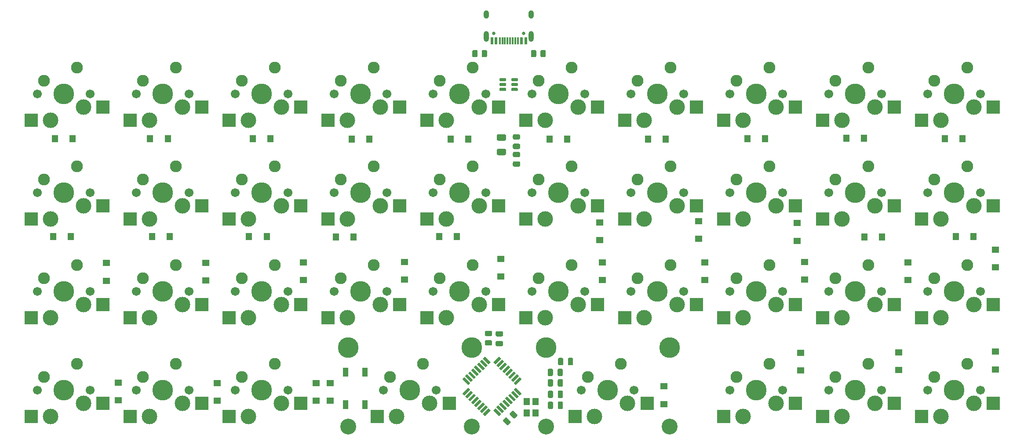
<source format=gbr>
%TF.GenerationSoftware,KiCad,Pcbnew,5.1.10*%
%TF.CreationDate,2021-10-06T18:26:39+02:00*%
%TF.ProjectId,ortho-qaz,6f727468-6f2d-4716-917a-2e6b69636164,rev?*%
%TF.SameCoordinates,Original*%
%TF.FileFunction,Soldermask,Bot*%
%TF.FilePolarity,Negative*%
%FSLAX46Y46*%
G04 Gerber Fmt 4.6, Leading zero omitted, Abs format (unit mm)*
G04 Created by KiCad (PCBNEW 5.1.10) date 2021-10-06 18:26:39*
%MOMM*%
%LPD*%
G01*
G04 APERTURE LIST*
%ADD10R,1.400000X1.200000*%
%ADD11R,1.200000X1.400000*%
%ADD12C,3.048000*%
%ADD13C,3.987800*%
%ADD14R,2.550000X2.500000*%
%ADD15C,1.701800*%
%ADD16C,2.286000*%
%ADD17C,3.000000*%
%ADD18R,0.600000X1.450000*%
%ADD19R,0.300000X1.450000*%
%ADD20O,1.000000X2.100000*%
%ADD21C,0.650000*%
%ADD22O,1.000000X1.600000*%
%ADD23C,0.100000*%
%ADD24R,1.000000X1.700000*%
G04 APERTURE END LIST*
D10*
%TO.C,D39*%
X240390000Y-85030000D03*
X240390000Y-88430000D03*
%TD*%
%TO.C,D38*%
X221790000Y-85130000D03*
X221790000Y-88530000D03*
%TD*%
%TO.C,D37*%
X202890000Y-85230000D03*
X202890000Y-88630000D03*
%TD*%
%TO.C,D35*%
X176540000Y-95130000D03*
X176540000Y-91730000D03*
%TD*%
%TO.C,D33*%
X112290000Y-94480000D03*
X112290000Y-91080000D03*
%TD*%
%TO.C,D32*%
X109640000Y-94480000D03*
X109640000Y-91080000D03*
%TD*%
%TO.C,D31*%
X90540000Y-94480000D03*
X90540000Y-91080000D03*
%TD*%
%TO.C,D30*%
X71490000Y-94380000D03*
X71490000Y-90980000D03*
%TD*%
%TO.C,D29*%
X240390000Y-65330000D03*
X240390000Y-68730000D03*
%TD*%
%TO.C,D28*%
X223590000Y-67830000D03*
X223590000Y-71230000D03*
%TD*%
%TO.C,D27*%
X203690000Y-67730000D03*
X203690000Y-71130000D03*
%TD*%
%TO.C,D26*%
X184490000Y-67830000D03*
X184490000Y-71230000D03*
%TD*%
%TO.C,D25*%
X164690000Y-67830000D03*
X164690000Y-71230000D03*
%TD*%
%TO.C,D24*%
X145140000Y-67130000D03*
X145140000Y-70530000D03*
%TD*%
%TO.C,D23*%
X126590000Y-67730000D03*
X126590000Y-71130000D03*
%TD*%
%TO.C,D22*%
X107190000Y-67780000D03*
X107190000Y-71180000D03*
%TD*%
%TO.C,D21*%
X88390000Y-67880000D03*
X88390000Y-71280000D03*
%TD*%
%TO.C,D20*%
X69240000Y-67930000D03*
X69240000Y-71330000D03*
%TD*%
D11*
%TO.C,D19*%
X232790000Y-62830000D03*
X236190000Y-62830000D03*
%TD*%
%TO.C,D18*%
X215190000Y-62930000D03*
X218590000Y-62930000D03*
%TD*%
D10*
%TO.C,D17*%
X202190000Y-63630000D03*
X202190000Y-60230000D03*
%TD*%
%TO.C,D16*%
X183290000Y-63230000D03*
X183290000Y-59830000D03*
%TD*%
%TO.C,D15*%
X164190000Y-63530000D03*
X164190000Y-60130000D03*
%TD*%
D11*
%TO.C,D14*%
X133290000Y-62830000D03*
X136690000Y-62830000D03*
%TD*%
%TO.C,D13*%
X113390000Y-62930000D03*
X116790000Y-62930000D03*
%TD*%
%TO.C,D12*%
X96690000Y-62830000D03*
X100090000Y-62830000D03*
%TD*%
%TO.C,D11*%
X78040000Y-62830000D03*
X81440000Y-62830000D03*
%TD*%
%TO.C,D10*%
X58990000Y-62855000D03*
X62390000Y-62855000D03*
%TD*%
%TO.C,D9*%
X230690000Y-43930000D03*
X234090000Y-43930000D03*
%TD*%
%TO.C,D8*%
X211690000Y-43880000D03*
X215090000Y-43880000D03*
%TD*%
%TO.C,D7*%
X192640000Y-43930000D03*
X196040000Y-43930000D03*
%TD*%
%TO.C,D6*%
X173490000Y-43980000D03*
X176890000Y-43980000D03*
%TD*%
%TO.C,D5*%
X154590000Y-43980000D03*
X157990000Y-43980000D03*
%TD*%
%TO.C,D4*%
X138940000Y-43980000D03*
X135540000Y-43980000D03*
%TD*%
%TO.C,D3*%
X119840000Y-43980000D03*
X116440000Y-43980000D03*
%TD*%
%TO.C,D2*%
X100840000Y-43930000D03*
X97440000Y-43930000D03*
%TD*%
%TO.C,D1*%
X81040000Y-43930000D03*
X77640000Y-43930000D03*
%TD*%
%TO.C,D0*%
X62740000Y-43930000D03*
X59340000Y-43930000D03*
%TD*%
D12*
%TO.C,REF\u002A\u002A*%
X139565000Y-99465000D03*
X115765000Y-99465000D03*
D13*
X139565000Y-84225000D03*
X115765000Y-84225000D03*
%TD*%
D14*
%TO.C,K26*%
X182850000Y-75970000D03*
D15*
X170210000Y-73430000D03*
X180370000Y-73430000D03*
D16*
X171480000Y-70890000D03*
D13*
X175290000Y-73430000D03*
D16*
X177830000Y-68350000D03*
D17*
X179100000Y-75970000D03*
X172750000Y-78510000D03*
D14*
X169000000Y-78510000D03*
%TD*%
D12*
%TO.C,REF\u002A\u002A*%
X177665000Y-99465000D03*
X153865000Y-99465000D03*
D13*
X177665000Y-84225000D03*
X153865000Y-84225000D03*
%TD*%
D14*
%TO.C,K24*%
X144750000Y-75970000D03*
D15*
X132110000Y-73430000D03*
X142270000Y-73430000D03*
D16*
X133380000Y-70890000D03*
D13*
X137190000Y-73430000D03*
D16*
X139730000Y-68350000D03*
D17*
X141000000Y-75970000D03*
X134650000Y-78510000D03*
D14*
X130900000Y-78510000D03*
%TD*%
%TO.C,C4*%
G36*
G01*
X156120000Y-91525000D02*
X156120000Y-90575000D01*
G75*
G02*
X156370000Y-90325000I250000J0D01*
G01*
X156870000Y-90325000D01*
G75*
G02*
X157120000Y-90575000I0J-250000D01*
G01*
X157120000Y-91525000D01*
G75*
G02*
X156870000Y-91775000I-250000J0D01*
G01*
X156370000Y-91775000D01*
G75*
G02*
X156120000Y-91525000I0J250000D01*
G01*
G37*
G36*
G01*
X154220000Y-91525000D02*
X154220000Y-90575000D01*
G75*
G02*
X154470000Y-90325000I250000J0D01*
G01*
X154970000Y-90325000D01*
G75*
G02*
X155220000Y-90575000I0J-250000D01*
G01*
X155220000Y-91525000D01*
G75*
G02*
X154970000Y-91775000I-250000J0D01*
G01*
X154470000Y-91775000D01*
G75*
G02*
X154220000Y-91525000I0J250000D01*
G01*
G37*
%TD*%
%TO.C,C6*%
G36*
G01*
X156100000Y-89505000D02*
X156100000Y-88555000D01*
G75*
G02*
X156350000Y-88305000I250000J0D01*
G01*
X156850000Y-88305000D01*
G75*
G02*
X157100000Y-88555000I0J-250000D01*
G01*
X157100000Y-89505000D01*
G75*
G02*
X156850000Y-89755000I-250000J0D01*
G01*
X156350000Y-89755000D01*
G75*
G02*
X156100000Y-89505000I0J250000D01*
G01*
G37*
G36*
G01*
X154200000Y-89505000D02*
X154200000Y-88555000D01*
G75*
G02*
X154450000Y-88305000I250000J0D01*
G01*
X154950000Y-88305000D01*
G75*
G02*
X155200000Y-88555000I0J-250000D01*
G01*
X155200000Y-89505000D01*
G75*
G02*
X154950000Y-89755000I-250000J0D01*
G01*
X154450000Y-89755000D01*
G75*
G02*
X154200000Y-89505000I0J250000D01*
G01*
G37*
%TD*%
%TO.C,K39*%
X240000000Y-95000000D03*
D15*
X227360000Y-92460000D03*
X237520000Y-92460000D03*
D16*
X228630000Y-89920000D03*
D13*
X232440000Y-92460000D03*
D16*
X234980000Y-87380000D03*
D17*
X236250000Y-95000000D03*
X229900000Y-97540000D03*
D14*
X226150000Y-97540000D03*
%TD*%
%TO.C,K38*%
X220950000Y-95020000D03*
D15*
X208310000Y-92480000D03*
X218470000Y-92480000D03*
D16*
X209580000Y-89940000D03*
D13*
X213390000Y-92480000D03*
D16*
X215930000Y-87400000D03*
D17*
X217200000Y-95020000D03*
X210850000Y-97560000D03*
D14*
X207100000Y-97560000D03*
%TD*%
%TO.C,K37*%
X201900000Y-95020000D03*
D15*
X189260000Y-92480000D03*
X199420000Y-92480000D03*
D16*
X190530000Y-89940000D03*
D13*
X194340000Y-92480000D03*
D16*
X196880000Y-87400000D03*
D17*
X198150000Y-95020000D03*
X191800000Y-97560000D03*
D14*
X188050000Y-97560000D03*
%TD*%
%TO.C,K35*%
X173325000Y-95020000D03*
D15*
X160685000Y-92480000D03*
X170845000Y-92480000D03*
D16*
X161955000Y-89940000D03*
D13*
X165765000Y-92480000D03*
D16*
X168305000Y-87400000D03*
D17*
X169575000Y-95020000D03*
X163225000Y-97560000D03*
D14*
X159475000Y-97560000D03*
%TD*%
%TO.C,K33*%
X135225000Y-95020000D03*
D15*
X122585000Y-92480000D03*
X132745000Y-92480000D03*
D16*
X123855000Y-89940000D03*
D13*
X127665000Y-92480000D03*
D16*
X130205000Y-87400000D03*
D17*
X131475000Y-95020000D03*
X125125000Y-97560000D03*
D14*
X121375000Y-97560000D03*
%TD*%
%TO.C,K32*%
X106650000Y-95020000D03*
D15*
X94010000Y-92480000D03*
X104170000Y-92480000D03*
D16*
X95280000Y-89940000D03*
D13*
X99090000Y-92480000D03*
D16*
X101630000Y-87400000D03*
D17*
X102900000Y-95020000D03*
X96550000Y-97560000D03*
D14*
X92800000Y-97560000D03*
%TD*%
%TO.C,K31*%
X87600000Y-95020000D03*
D15*
X74960000Y-92480000D03*
X85120000Y-92480000D03*
D16*
X76230000Y-89940000D03*
D13*
X80040000Y-92480000D03*
D16*
X82580000Y-87400000D03*
D17*
X83850000Y-95020000D03*
X77500000Y-97560000D03*
D14*
X73750000Y-97560000D03*
%TD*%
%TO.C,K30*%
X68550000Y-95020000D03*
D15*
X55910000Y-92480000D03*
X66070000Y-92480000D03*
D16*
X57180000Y-89940000D03*
D13*
X60990000Y-92480000D03*
D16*
X63530000Y-87400000D03*
D17*
X64800000Y-95020000D03*
X58450000Y-97560000D03*
D14*
X54700000Y-97560000D03*
%TD*%
%TO.C,K29*%
X240000000Y-75970000D03*
D15*
X227360000Y-73430000D03*
X237520000Y-73430000D03*
D16*
X228630000Y-70890000D03*
D13*
X232440000Y-73430000D03*
D16*
X234980000Y-68350000D03*
D17*
X236250000Y-75970000D03*
X229900000Y-78510000D03*
D14*
X226150000Y-78510000D03*
%TD*%
%TO.C,K28*%
X220950000Y-75970000D03*
D15*
X208310000Y-73430000D03*
X218470000Y-73430000D03*
D16*
X209580000Y-70890000D03*
D13*
X213390000Y-73430000D03*
D16*
X215930000Y-68350000D03*
D17*
X217200000Y-75970000D03*
X210850000Y-78510000D03*
D14*
X207100000Y-78510000D03*
%TD*%
%TO.C,K27*%
X201900000Y-75970000D03*
D15*
X189260000Y-73430000D03*
X199420000Y-73430000D03*
D16*
X190530000Y-70890000D03*
D13*
X194340000Y-73430000D03*
D16*
X196880000Y-68350000D03*
D17*
X198150000Y-75970000D03*
X191800000Y-78510000D03*
D14*
X188050000Y-78510000D03*
%TD*%
%TO.C,K25*%
X163800000Y-75970000D03*
D15*
X151160000Y-73430000D03*
X161320000Y-73430000D03*
D16*
X152430000Y-70890000D03*
D13*
X156240000Y-73430000D03*
D16*
X158780000Y-68350000D03*
D17*
X160050000Y-75970000D03*
X153700000Y-78510000D03*
D14*
X149950000Y-78510000D03*
%TD*%
%TO.C,K23*%
X125700000Y-75970000D03*
D15*
X113060000Y-73430000D03*
X123220000Y-73430000D03*
D16*
X114330000Y-70890000D03*
D13*
X118140000Y-73430000D03*
D16*
X120680000Y-68350000D03*
D17*
X121950000Y-75970000D03*
X115600000Y-78510000D03*
D14*
X111850000Y-78510000D03*
%TD*%
%TO.C,K22*%
X106650000Y-75970000D03*
D15*
X94010000Y-73430000D03*
X104170000Y-73430000D03*
D16*
X95280000Y-70890000D03*
D13*
X99090000Y-73430000D03*
D16*
X101630000Y-68350000D03*
D17*
X102900000Y-75970000D03*
X96550000Y-78510000D03*
D14*
X92800000Y-78510000D03*
%TD*%
%TO.C,K21*%
X87600000Y-75970000D03*
D15*
X74960000Y-73430000D03*
X85120000Y-73430000D03*
D16*
X76230000Y-70890000D03*
D13*
X80040000Y-73430000D03*
D16*
X82580000Y-68350000D03*
D17*
X83850000Y-75970000D03*
X77500000Y-78510000D03*
D14*
X73750000Y-78510000D03*
%TD*%
%TO.C,K20*%
X68550000Y-75970000D03*
D15*
X55910000Y-73430000D03*
X66070000Y-73430000D03*
D16*
X57180000Y-70890000D03*
D13*
X60990000Y-73430000D03*
D16*
X63530000Y-68350000D03*
D17*
X64800000Y-75970000D03*
X58450000Y-78510000D03*
D14*
X54700000Y-78510000D03*
%TD*%
%TO.C,K19*%
X240000000Y-56920000D03*
D15*
X227360000Y-54380000D03*
X237520000Y-54380000D03*
D16*
X228630000Y-51840000D03*
D13*
X232440000Y-54380000D03*
D16*
X234980000Y-49300000D03*
D17*
X236250000Y-56920000D03*
X229900000Y-59460000D03*
D14*
X226150000Y-59460000D03*
%TD*%
%TO.C,K18*%
X220950000Y-56920000D03*
D15*
X208310000Y-54380000D03*
X218470000Y-54380000D03*
D16*
X209580000Y-51840000D03*
D13*
X213390000Y-54380000D03*
D16*
X215930000Y-49300000D03*
D17*
X217200000Y-56920000D03*
X210850000Y-59460000D03*
D14*
X207100000Y-59460000D03*
%TD*%
%TO.C,K17*%
X201900000Y-56920000D03*
D15*
X189260000Y-54380000D03*
X199420000Y-54380000D03*
D16*
X190530000Y-51840000D03*
D13*
X194340000Y-54380000D03*
D16*
X196880000Y-49300000D03*
D17*
X198150000Y-56920000D03*
X191800000Y-59460000D03*
D14*
X188050000Y-59460000D03*
%TD*%
%TO.C,K16*%
X182850000Y-56920000D03*
D15*
X170210000Y-54380000D03*
X180370000Y-54380000D03*
D16*
X171480000Y-51840000D03*
D13*
X175290000Y-54380000D03*
D16*
X177830000Y-49300000D03*
D17*
X179100000Y-56920000D03*
X172750000Y-59460000D03*
D14*
X169000000Y-59460000D03*
%TD*%
%TO.C,K15*%
X163800000Y-56920000D03*
D15*
X151160000Y-54380000D03*
X161320000Y-54380000D03*
D16*
X152430000Y-51840000D03*
D13*
X156240000Y-54380000D03*
D16*
X158780000Y-49300000D03*
D17*
X160050000Y-56920000D03*
X153700000Y-59460000D03*
D14*
X149950000Y-59460000D03*
%TD*%
%TO.C,K14*%
X144750000Y-56920000D03*
D15*
X132110000Y-54380000D03*
X142270000Y-54380000D03*
D16*
X133380000Y-51840000D03*
D13*
X137190000Y-54380000D03*
D16*
X139730000Y-49300000D03*
D17*
X141000000Y-56920000D03*
X134650000Y-59460000D03*
D14*
X130900000Y-59460000D03*
%TD*%
%TO.C,K13*%
X125700000Y-56920000D03*
D15*
X113060000Y-54380000D03*
X123220000Y-54380000D03*
D16*
X114330000Y-51840000D03*
D13*
X118140000Y-54380000D03*
D16*
X120680000Y-49300000D03*
D17*
X121950000Y-56920000D03*
X115600000Y-59460000D03*
D14*
X111850000Y-59460000D03*
%TD*%
%TO.C,K12*%
X106650000Y-56920000D03*
D15*
X94010000Y-54380000D03*
X104170000Y-54380000D03*
D16*
X95280000Y-51840000D03*
D13*
X99090000Y-54380000D03*
D16*
X101630000Y-49300000D03*
D17*
X102900000Y-56920000D03*
X96550000Y-59460000D03*
D14*
X92800000Y-59460000D03*
%TD*%
%TO.C,K11*%
X87600000Y-56920000D03*
D15*
X74960000Y-54380000D03*
X85120000Y-54380000D03*
D16*
X76230000Y-51840000D03*
D13*
X80040000Y-54380000D03*
D16*
X82580000Y-49300000D03*
D17*
X83850000Y-56920000D03*
X77500000Y-59460000D03*
D14*
X73750000Y-59460000D03*
%TD*%
%TO.C,K10*%
X68550000Y-56920000D03*
D15*
X55910000Y-54380000D03*
X66070000Y-54380000D03*
D16*
X57180000Y-51840000D03*
D13*
X60990000Y-54380000D03*
D16*
X63530000Y-49300000D03*
D17*
X64800000Y-56920000D03*
X58450000Y-59460000D03*
D14*
X54700000Y-59460000D03*
%TD*%
%TO.C,K9*%
X240000000Y-37870000D03*
D15*
X227360000Y-35330000D03*
X237520000Y-35330000D03*
D16*
X228630000Y-32790000D03*
D13*
X232440000Y-35330000D03*
D16*
X234980000Y-30250000D03*
D17*
X236250000Y-37870000D03*
X229900000Y-40410000D03*
D14*
X226150000Y-40410000D03*
%TD*%
%TO.C,K8*%
X220950000Y-37870000D03*
D15*
X208310000Y-35330000D03*
X218470000Y-35330000D03*
D16*
X209580000Y-32790000D03*
D13*
X213390000Y-35330000D03*
D16*
X215930000Y-30250000D03*
D17*
X217200000Y-37870000D03*
X210850000Y-40410000D03*
D14*
X207100000Y-40410000D03*
%TD*%
%TO.C,K7*%
X201900000Y-37870000D03*
D15*
X189260000Y-35330000D03*
X199420000Y-35330000D03*
D16*
X190530000Y-32790000D03*
D13*
X194340000Y-35330000D03*
D16*
X196880000Y-30250000D03*
D17*
X198150000Y-37870000D03*
X191800000Y-40410000D03*
D14*
X188050000Y-40410000D03*
%TD*%
%TO.C,K6*%
X182850000Y-37870000D03*
D15*
X170210000Y-35330000D03*
X180370000Y-35330000D03*
D16*
X171480000Y-32790000D03*
D13*
X175290000Y-35330000D03*
D16*
X177830000Y-30250000D03*
D17*
X179100000Y-37870000D03*
X172750000Y-40410000D03*
D14*
X169000000Y-40410000D03*
%TD*%
%TO.C,K5*%
X163800000Y-37870000D03*
D15*
X151160000Y-35330000D03*
X161320000Y-35330000D03*
D16*
X152430000Y-32790000D03*
D13*
X156240000Y-35330000D03*
D16*
X158780000Y-30250000D03*
D17*
X160050000Y-37870000D03*
X153700000Y-40410000D03*
D14*
X149950000Y-40410000D03*
%TD*%
%TO.C,K4*%
X144750000Y-37870000D03*
D15*
X132110000Y-35330000D03*
X142270000Y-35330000D03*
D16*
X133380000Y-32790000D03*
D13*
X137190000Y-35330000D03*
D16*
X139730000Y-30250000D03*
D17*
X141000000Y-37870000D03*
X134650000Y-40410000D03*
D14*
X130900000Y-40410000D03*
%TD*%
%TO.C,K3*%
X125700000Y-37870000D03*
D15*
X113060000Y-35330000D03*
X123220000Y-35330000D03*
D16*
X114330000Y-32790000D03*
D13*
X118140000Y-35330000D03*
D16*
X120680000Y-30250000D03*
D17*
X121950000Y-37870000D03*
X115600000Y-40410000D03*
D14*
X111850000Y-40410000D03*
%TD*%
%TO.C,K2*%
X106650000Y-37870000D03*
D15*
X94010000Y-35330000D03*
X104170000Y-35330000D03*
D16*
X95280000Y-32790000D03*
D13*
X99090000Y-35330000D03*
D16*
X101630000Y-30250000D03*
D17*
X102900000Y-37870000D03*
X96550000Y-40410000D03*
D14*
X92800000Y-40410000D03*
%TD*%
%TO.C,K1*%
X87600000Y-37870000D03*
D15*
X74960000Y-35330000D03*
X85120000Y-35330000D03*
D16*
X76230000Y-32790000D03*
D13*
X80040000Y-35330000D03*
D16*
X82580000Y-30250000D03*
D17*
X83850000Y-37870000D03*
X77500000Y-40410000D03*
D14*
X73750000Y-40410000D03*
%TD*%
%TO.C,K0*%
X68550000Y-37870000D03*
D15*
X55910000Y-35330000D03*
X66070000Y-35330000D03*
D16*
X57180000Y-32790000D03*
D13*
X60990000Y-35330000D03*
D16*
X63530000Y-30250000D03*
D17*
X64800000Y-37870000D03*
X58450000Y-40410000D03*
D14*
X54700000Y-40410000D03*
%TD*%
D18*
%TO.C,J1*%
X149965000Y-25087500D03*
X149165000Y-25087500D03*
X144265000Y-25087500D03*
X143465000Y-25087500D03*
X143465000Y-25087500D03*
X144265000Y-25087500D03*
X149165000Y-25087500D03*
X149965000Y-25087500D03*
D19*
X144965000Y-25087500D03*
X145465000Y-25087500D03*
X145965000Y-25087500D03*
X146965000Y-25087500D03*
X147465000Y-25087500D03*
X147965000Y-25087500D03*
X148465000Y-25087500D03*
X146465000Y-25087500D03*
D20*
X151035000Y-24172500D03*
X142395000Y-24172500D03*
D21*
X143825000Y-23642500D03*
D22*
X142395000Y-19992500D03*
D21*
X149605000Y-23642500D03*
D22*
X151035000Y-19992500D03*
%TD*%
D11*
%TO.C,Y1*%
X150140000Y-94630000D03*
X150140000Y-96830000D03*
X151840000Y-96830000D03*
X151840000Y-94630000D03*
%TD*%
%TO.C,U2*%
G36*
G01*
X146205000Y-32400000D02*
X146205000Y-32700000D01*
G75*
G02*
X146055000Y-32850000I-150000J0D01*
G01*
X145030000Y-32850000D01*
G75*
G02*
X144880000Y-32700000I0J150000D01*
G01*
X144880000Y-32400000D01*
G75*
G02*
X145030000Y-32250000I150000J0D01*
G01*
X146055000Y-32250000D01*
G75*
G02*
X146205000Y-32400000I0J-150000D01*
G01*
G37*
G36*
G01*
X146205000Y-33350000D02*
X146205000Y-33650000D01*
G75*
G02*
X146055000Y-33800000I-150000J0D01*
G01*
X145030000Y-33800000D01*
G75*
G02*
X144880000Y-33650000I0J150000D01*
G01*
X144880000Y-33350000D01*
G75*
G02*
X145030000Y-33200000I150000J0D01*
G01*
X146055000Y-33200000D01*
G75*
G02*
X146205000Y-33350000I0J-150000D01*
G01*
G37*
G36*
G01*
X146205000Y-34300000D02*
X146205000Y-34600000D01*
G75*
G02*
X146055000Y-34750000I-150000J0D01*
G01*
X145030000Y-34750000D01*
G75*
G02*
X144880000Y-34600000I0J150000D01*
G01*
X144880000Y-34300000D01*
G75*
G02*
X145030000Y-34150000I150000J0D01*
G01*
X146055000Y-34150000D01*
G75*
G02*
X146205000Y-34300000I0J-150000D01*
G01*
G37*
G36*
G01*
X148480000Y-34300000D02*
X148480000Y-34600000D01*
G75*
G02*
X148330000Y-34750000I-150000J0D01*
G01*
X147305000Y-34750000D01*
G75*
G02*
X147155000Y-34600000I0J150000D01*
G01*
X147155000Y-34300000D01*
G75*
G02*
X147305000Y-34150000I150000J0D01*
G01*
X148330000Y-34150000D01*
G75*
G02*
X148480000Y-34300000I0J-150000D01*
G01*
G37*
G36*
G01*
X148480000Y-33350000D02*
X148480000Y-33650000D01*
G75*
G02*
X148330000Y-33800000I-150000J0D01*
G01*
X147305000Y-33800000D01*
G75*
G02*
X147155000Y-33650000I0J150000D01*
G01*
X147155000Y-33350000D01*
G75*
G02*
X147305000Y-33200000I150000J0D01*
G01*
X148330000Y-33200000D01*
G75*
G02*
X148480000Y-33350000I0J-150000D01*
G01*
G37*
G36*
G01*
X148480000Y-32400000D02*
X148480000Y-32700000D01*
G75*
G02*
X148330000Y-32850000I-150000J0D01*
G01*
X147305000Y-32850000D01*
G75*
G02*
X147155000Y-32700000I0J150000D01*
G01*
X147155000Y-32400000D01*
G75*
G02*
X147305000Y-32250000I150000J0D01*
G01*
X148330000Y-32250000D01*
G75*
G02*
X148480000Y-32400000I0J-150000D01*
G01*
G37*
%TD*%
D23*
%TO.C,U1*%
G36*
X148083872Y-91444835D02*
G01*
X147694963Y-91055926D01*
X148826334Y-89924555D01*
X149215243Y-90313464D01*
X148083872Y-91444835D01*
G37*
G36*
X147518186Y-90879150D02*
G01*
X147129277Y-90490241D01*
X148260648Y-89358870D01*
X148649557Y-89747779D01*
X147518186Y-90879150D01*
G37*
G36*
X146952501Y-90313464D02*
G01*
X146563592Y-89924555D01*
X147694963Y-88793184D01*
X148083872Y-89182093D01*
X146952501Y-90313464D01*
G37*
G36*
X146386816Y-89747779D02*
G01*
X145997907Y-89358870D01*
X147129278Y-88227499D01*
X147518187Y-88616408D01*
X146386816Y-89747779D01*
G37*
G36*
X145821130Y-89182093D02*
G01*
X145432221Y-88793184D01*
X146563592Y-87661813D01*
X146952501Y-88050722D01*
X145821130Y-89182093D01*
G37*
G36*
X145255445Y-88616408D02*
G01*
X144866536Y-88227499D01*
X145997907Y-87096128D01*
X146386816Y-87485037D01*
X145255445Y-88616408D01*
G37*
G36*
X144689759Y-88050723D02*
G01*
X144300850Y-87661814D01*
X145432221Y-86530443D01*
X145821130Y-86919352D01*
X144689759Y-88050723D01*
G37*
G36*
X144124074Y-87485037D02*
G01*
X143735165Y-87096128D01*
X144866536Y-85964757D01*
X145255445Y-86353666D01*
X144124074Y-87485037D01*
G37*
G36*
X143204835Y-87096128D02*
G01*
X142815926Y-87485037D01*
X141684555Y-86353666D01*
X142073464Y-85964757D01*
X143204835Y-87096128D01*
G37*
G36*
X142639150Y-87661814D02*
G01*
X142250241Y-88050723D01*
X141118870Y-86919352D01*
X141507779Y-86530443D01*
X142639150Y-87661814D01*
G37*
G36*
X142073464Y-88227499D02*
G01*
X141684555Y-88616408D01*
X140553184Y-87485037D01*
X140942093Y-87096128D01*
X142073464Y-88227499D01*
G37*
G36*
X141507779Y-88793184D02*
G01*
X141118870Y-89182093D01*
X139987499Y-88050722D01*
X140376408Y-87661813D01*
X141507779Y-88793184D01*
G37*
G36*
X140942093Y-89358870D02*
G01*
X140553184Y-89747779D01*
X139421813Y-88616408D01*
X139810722Y-88227499D01*
X140942093Y-89358870D01*
G37*
G36*
X140376408Y-89924555D02*
G01*
X139987499Y-90313464D01*
X138856128Y-89182093D01*
X139245037Y-88793184D01*
X140376408Y-89924555D01*
G37*
G36*
X139810723Y-90490241D02*
G01*
X139421814Y-90879150D01*
X138290443Y-89747779D01*
X138679352Y-89358870D01*
X139810723Y-90490241D01*
G37*
G36*
X139245037Y-91055926D02*
G01*
X138856128Y-91444835D01*
X137724757Y-90313464D01*
X138113666Y-89924555D01*
X139245037Y-91055926D01*
G37*
G36*
X138113666Y-93495445D02*
G01*
X137724757Y-93106536D01*
X138856128Y-91975165D01*
X139245037Y-92364074D01*
X138113666Y-93495445D01*
G37*
G36*
X138679352Y-94061130D02*
G01*
X138290443Y-93672221D01*
X139421814Y-92540850D01*
X139810723Y-92929759D01*
X138679352Y-94061130D01*
G37*
G36*
X139245037Y-94626816D02*
G01*
X138856128Y-94237907D01*
X139987499Y-93106536D01*
X140376408Y-93495445D01*
X139245037Y-94626816D01*
G37*
G36*
X139810722Y-95192501D02*
G01*
X139421813Y-94803592D01*
X140553184Y-93672221D01*
X140942093Y-94061130D01*
X139810722Y-95192501D01*
G37*
G36*
X140376408Y-95758187D02*
G01*
X139987499Y-95369278D01*
X141118870Y-94237907D01*
X141507779Y-94626816D01*
X140376408Y-95758187D01*
G37*
G36*
X140942093Y-96323872D02*
G01*
X140553184Y-95934963D01*
X141684555Y-94803592D01*
X142073464Y-95192501D01*
X140942093Y-96323872D01*
G37*
G36*
X141507779Y-96889557D02*
G01*
X141118870Y-96500648D01*
X142250241Y-95369277D01*
X142639150Y-95758186D01*
X141507779Y-96889557D01*
G37*
G36*
X142073464Y-97455243D02*
G01*
X141684555Y-97066334D01*
X142815926Y-95934963D01*
X143204835Y-96323872D01*
X142073464Y-97455243D01*
G37*
G36*
X145255445Y-97066334D02*
G01*
X144866536Y-97455243D01*
X143735165Y-96323872D01*
X144124074Y-95934963D01*
X145255445Y-97066334D01*
G37*
G36*
X145821130Y-96500648D02*
G01*
X145432221Y-96889557D01*
X144300850Y-95758186D01*
X144689759Y-95369277D01*
X145821130Y-96500648D01*
G37*
G36*
X146386816Y-95934963D02*
G01*
X145997907Y-96323872D01*
X144866536Y-95192501D01*
X145255445Y-94803592D01*
X146386816Y-95934963D01*
G37*
G36*
X146952501Y-95369278D02*
G01*
X146563592Y-95758187D01*
X145432221Y-94626816D01*
X145821130Y-94237907D01*
X146952501Y-95369278D01*
G37*
G36*
X147518187Y-94803592D02*
G01*
X147129278Y-95192501D01*
X145997907Y-94061130D01*
X146386816Y-93672221D01*
X147518187Y-94803592D01*
G37*
G36*
X148083872Y-94237907D02*
G01*
X147694963Y-94626816D01*
X146563592Y-93495445D01*
X146952501Y-93106536D01*
X148083872Y-94237907D01*
G37*
G36*
X148649557Y-93672221D02*
G01*
X148260648Y-94061130D01*
X147129277Y-92929759D01*
X147518186Y-92540850D01*
X148649557Y-93672221D01*
G37*
G36*
X149215243Y-93106536D02*
G01*
X148826334Y-93495445D01*
X147694963Y-92364074D01*
X148083872Y-91975165D01*
X149215243Y-93106536D01*
G37*
%TD*%
D24*
%TO.C,SW1*%
X115240000Y-88980000D03*
X115240000Y-95280000D03*
X119040000Y-88980000D03*
X119040000Y-95280000D03*
%TD*%
%TO.C,R6*%
G36*
G01*
X146373722Y-97789879D02*
X147010121Y-98426278D01*
G75*
G02*
X147010121Y-98779828I-176775J-176775D01*
G01*
X146638888Y-99151061D01*
G75*
G02*
X146285338Y-99151061I-176775J176775D01*
G01*
X145648939Y-98514662D01*
G75*
G02*
X145648939Y-98161112I176775J176775D01*
G01*
X146020172Y-97789879D01*
G75*
G02*
X146373722Y-97789879I176775J-176775D01*
G01*
G37*
G36*
G01*
X147664192Y-96499409D02*
X148300591Y-97135808D01*
G75*
G02*
X148300591Y-97489358I-176775J-176775D01*
G01*
X147929358Y-97860591D01*
G75*
G02*
X147575808Y-97860591I-176775J176775D01*
G01*
X146939409Y-97224192D01*
G75*
G02*
X146939409Y-96870642I176775J176775D01*
G01*
X147310642Y-96499409D01*
G75*
G02*
X147664192Y-96499409I176775J-176775D01*
G01*
G37*
%TD*%
%TO.C,R5*%
G36*
G01*
X152000000Y-27079998D02*
X152000000Y-27980002D01*
G75*
G02*
X151750002Y-28230000I-249998J0D01*
G01*
X151224998Y-28230000D01*
G75*
G02*
X150975000Y-27980002I0J249998D01*
G01*
X150975000Y-27079998D01*
G75*
G02*
X151224998Y-26830000I249998J0D01*
G01*
X151750002Y-26830000D01*
G75*
G02*
X152000000Y-27079998I0J-249998D01*
G01*
G37*
G36*
G01*
X153825000Y-27079998D02*
X153825000Y-27980002D01*
G75*
G02*
X153575002Y-28230000I-249998J0D01*
G01*
X153049998Y-28230000D01*
G75*
G02*
X152800000Y-27980002I0J249998D01*
G01*
X152800000Y-27079998D01*
G75*
G02*
X153049998Y-26830000I249998J0D01*
G01*
X153575002Y-26830000D01*
G75*
G02*
X153825000Y-27079998I0J-249998D01*
G01*
G37*
%TD*%
%TO.C,R4*%
G36*
G01*
X141490000Y-27980002D02*
X141490000Y-27079998D01*
G75*
G02*
X141739998Y-26830000I249998J0D01*
G01*
X142265002Y-26830000D01*
G75*
G02*
X142515000Y-27079998I0J-249998D01*
G01*
X142515000Y-27980002D01*
G75*
G02*
X142265002Y-28230000I-249998J0D01*
G01*
X141739998Y-28230000D01*
G75*
G02*
X141490000Y-27980002I0J249998D01*
G01*
G37*
G36*
G01*
X139665000Y-27980002D02*
X139665000Y-27079998D01*
G75*
G02*
X139914998Y-26830000I249998J0D01*
G01*
X140440002Y-26830000D01*
G75*
G02*
X140690000Y-27079998I0J-249998D01*
G01*
X140690000Y-27980002D01*
G75*
G02*
X140440002Y-28230000I-249998J0D01*
G01*
X139914998Y-28230000D01*
G75*
G02*
X139665000Y-27980002I0J249998D01*
G01*
G37*
%TD*%
%TO.C,R3*%
G36*
G01*
X142339998Y-82830000D02*
X143240002Y-82830000D01*
G75*
G02*
X143490000Y-83079998I0J-249998D01*
G01*
X143490000Y-83605002D01*
G75*
G02*
X143240002Y-83855000I-249998J0D01*
G01*
X142339998Y-83855000D01*
G75*
G02*
X142090000Y-83605002I0J249998D01*
G01*
X142090000Y-83079998D01*
G75*
G02*
X142339998Y-82830000I249998J0D01*
G01*
G37*
G36*
G01*
X142339998Y-81005000D02*
X143240002Y-81005000D01*
G75*
G02*
X143490000Y-81254998I0J-249998D01*
G01*
X143490000Y-81780002D01*
G75*
G02*
X143240002Y-82030000I-249998J0D01*
G01*
X142339998Y-82030000D01*
G75*
G02*
X142090000Y-81780002I0J249998D01*
G01*
X142090000Y-81254998D01*
G75*
G02*
X142339998Y-81005000I249998J0D01*
G01*
G37*
%TD*%
%TO.C,R2*%
G36*
G01*
X148640002Y-44110000D02*
X147739998Y-44110000D01*
G75*
G02*
X147490000Y-43860002I0J249998D01*
G01*
X147490000Y-43334998D01*
G75*
G02*
X147739998Y-43085000I249998J0D01*
G01*
X148640002Y-43085000D01*
G75*
G02*
X148890000Y-43334998I0J-249998D01*
G01*
X148890000Y-43860002D01*
G75*
G02*
X148640002Y-44110000I-249998J0D01*
G01*
G37*
G36*
G01*
X148640002Y-45935000D02*
X147739998Y-45935000D01*
G75*
G02*
X147490000Y-45685002I0J249998D01*
G01*
X147490000Y-45159998D01*
G75*
G02*
X147739998Y-44910000I249998J0D01*
G01*
X148640002Y-44910000D01*
G75*
G02*
X148890000Y-45159998I0J-249998D01*
G01*
X148890000Y-45685002D01*
G75*
G02*
X148640002Y-45935000I-249998J0D01*
G01*
G37*
%TD*%
%TO.C,R1*%
G36*
G01*
X147739998Y-48310000D02*
X148640002Y-48310000D01*
G75*
G02*
X148890000Y-48559998I0J-249998D01*
G01*
X148890000Y-49085002D01*
G75*
G02*
X148640002Y-49335000I-249998J0D01*
G01*
X147739998Y-49335000D01*
G75*
G02*
X147490000Y-49085002I0J249998D01*
G01*
X147490000Y-48559998D01*
G75*
G02*
X147739998Y-48310000I249998J0D01*
G01*
G37*
G36*
G01*
X147739998Y-46485000D02*
X148640002Y-46485000D01*
G75*
G02*
X148890000Y-46734998I0J-249998D01*
G01*
X148890000Y-47260002D01*
G75*
G02*
X148640002Y-47510000I-249998J0D01*
G01*
X147739998Y-47510000D01*
G75*
G02*
X147490000Y-47260002I0J249998D01*
G01*
X147490000Y-46734998D01*
G75*
G02*
X147739998Y-46485000I249998J0D01*
G01*
G37*
%TD*%
%TO.C,F1*%
G36*
G01*
X144655000Y-45875000D02*
X145905000Y-45875000D01*
G75*
G02*
X146155000Y-46125000I0J-250000D01*
G01*
X146155000Y-46875000D01*
G75*
G02*
X145905000Y-47125000I-250000J0D01*
G01*
X144655000Y-47125000D01*
G75*
G02*
X144405000Y-46875000I0J250000D01*
G01*
X144405000Y-46125000D01*
G75*
G02*
X144655000Y-45875000I250000J0D01*
G01*
G37*
G36*
G01*
X144655000Y-43075000D02*
X145905000Y-43075000D01*
G75*
G02*
X146155000Y-43325000I0J-250000D01*
G01*
X146155000Y-44075000D01*
G75*
G02*
X145905000Y-44325000I-250000J0D01*
G01*
X144655000Y-44325000D01*
G75*
G02*
X144405000Y-44075000I0J250000D01*
G01*
X144405000Y-43325000D01*
G75*
G02*
X144655000Y-43075000I250000J0D01*
G01*
G37*
%TD*%
%TO.C,C5*%
G36*
G01*
X158090000Y-87415000D02*
X158090000Y-86465000D01*
G75*
G02*
X158340000Y-86215000I250000J0D01*
G01*
X158840000Y-86215000D01*
G75*
G02*
X159090000Y-86465000I0J-250000D01*
G01*
X159090000Y-87415000D01*
G75*
G02*
X158840000Y-87665000I-250000J0D01*
G01*
X158340000Y-87665000D01*
G75*
G02*
X158090000Y-87415000I0J250000D01*
G01*
G37*
G36*
G01*
X156190000Y-87415000D02*
X156190000Y-86465000D01*
G75*
G02*
X156440000Y-86215000I250000J0D01*
G01*
X156940000Y-86215000D01*
G75*
G02*
X157190000Y-86465000I0J-250000D01*
G01*
X157190000Y-87415000D01*
G75*
G02*
X156940000Y-87665000I-250000J0D01*
G01*
X156440000Y-87665000D01*
G75*
G02*
X156190000Y-87415000I0J250000D01*
G01*
G37*
%TD*%
%TO.C,C3*%
G36*
G01*
X156140000Y-95855000D02*
X156140000Y-94905000D01*
G75*
G02*
X156390000Y-94655000I250000J0D01*
G01*
X156890000Y-94655000D01*
G75*
G02*
X157140000Y-94905000I0J-250000D01*
G01*
X157140000Y-95855000D01*
G75*
G02*
X156890000Y-96105000I-250000J0D01*
G01*
X156390000Y-96105000D01*
G75*
G02*
X156140000Y-95855000I0J250000D01*
G01*
G37*
G36*
G01*
X154240000Y-95855000D02*
X154240000Y-94905000D01*
G75*
G02*
X154490000Y-94655000I250000J0D01*
G01*
X154990000Y-94655000D01*
G75*
G02*
X155240000Y-94905000I0J-250000D01*
G01*
X155240000Y-95855000D01*
G75*
G02*
X154990000Y-96105000I-250000J0D01*
G01*
X154490000Y-96105000D01*
G75*
G02*
X154240000Y-95855000I0J250000D01*
G01*
G37*
%TD*%
%TO.C,C2*%
G36*
G01*
X155230000Y-92775000D02*
X155230000Y-93725000D01*
G75*
G02*
X154980000Y-93975000I-250000J0D01*
G01*
X154480000Y-93975000D01*
G75*
G02*
X154230000Y-93725000I0J250000D01*
G01*
X154230000Y-92775000D01*
G75*
G02*
X154480000Y-92525000I250000J0D01*
G01*
X154980000Y-92525000D01*
G75*
G02*
X155230000Y-92775000I0J-250000D01*
G01*
G37*
G36*
G01*
X157130000Y-92775000D02*
X157130000Y-93725000D01*
G75*
G02*
X156880000Y-93975000I-250000J0D01*
G01*
X156380000Y-93975000D01*
G75*
G02*
X156130000Y-93725000I0J250000D01*
G01*
X156130000Y-92775000D01*
G75*
G02*
X156380000Y-92525000I250000J0D01*
G01*
X156880000Y-92525000D01*
G75*
G02*
X157130000Y-92775000I0J-250000D01*
G01*
G37*
%TD*%
%TO.C,C1*%
G36*
G01*
X145365000Y-82080000D02*
X144415000Y-82080000D01*
G75*
G02*
X144165000Y-81830000I0J250000D01*
G01*
X144165000Y-81330000D01*
G75*
G02*
X144415000Y-81080000I250000J0D01*
G01*
X145365000Y-81080000D01*
G75*
G02*
X145615000Y-81330000I0J-250000D01*
G01*
X145615000Y-81830000D01*
G75*
G02*
X145365000Y-82080000I-250000J0D01*
G01*
G37*
G36*
G01*
X145365000Y-83980000D02*
X144415000Y-83980000D01*
G75*
G02*
X144165000Y-83730000I0J250000D01*
G01*
X144165000Y-83230000D01*
G75*
G02*
X144415000Y-82980000I250000J0D01*
G01*
X145365000Y-82980000D01*
G75*
G02*
X145615000Y-83230000I0J-250000D01*
G01*
X145615000Y-83730000D01*
G75*
G02*
X145365000Y-83980000I-250000J0D01*
G01*
G37*
%TD*%
M02*

</source>
